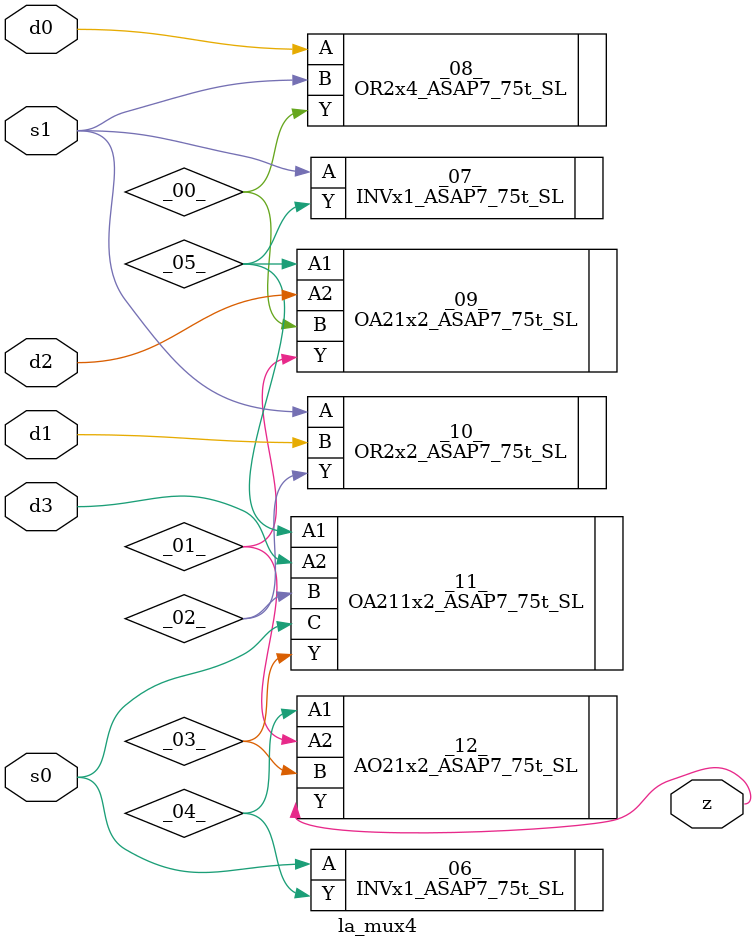
<source format=v>

/* Generated by Yosys 0.44 (git sha1 80ba43d26, g++ 11.4.0-1ubuntu1~22.04 -fPIC -O3) */

(* top =  1  *)
(* src = "generated" *)
module la_mux4 (
    d0,
    d1,
    d2,
    d3,
    s0,
    s1,
    z
);
  wire _00_;
  wire _01_;
  wire _02_;
  wire _03_;
  wire _04_;
  wire _05_;
  (* src = "generated" *)
  input d0;
  wire d0;
  (* src = "generated" *)
  input d1;
  wire d1;
  (* src = "generated" *)
  input d2;
  wire d2;
  (* src = "generated" *)
  input d3;
  wire d3;
  (* src = "generated" *)
  input s0;
  wire s0;
  (* src = "generated" *)
  input s1;
  wire s1;
  (* src = "generated" *)
  output z;
  wire z;
  INVx1_ASAP7_75t_SL _06_ (
      .A(s0),
      .Y(_04_)
  );
  INVx1_ASAP7_75t_SL _07_ (
      .A(s1),
      .Y(_05_)
  );
  OR2x4_ASAP7_75t_SL _08_ (
      .A(d0),
      .B(s1),
      .Y(_00_)
  );
  OA21x2_ASAP7_75t_SL _09_ (
      .A1(_05_),
      .A2(d2),
      .B (_00_),
      .Y (_01_)
  );
  OR2x2_ASAP7_75t_SL _10_ (
      .A(s1),
      .B(d1),
      .Y(_02_)
  );
  OA211x2_ASAP7_75t_SL _11_ (
      .A1(_05_),
      .A2(d3),
      .B (_02_),
      .C (s0),
      .Y (_03_)
  );
  AO21x2_ASAP7_75t_SL _12_ (
      .A1(_04_),
      .A2(_01_),
      .B (_03_),
      .Y (z)
  );
endmodule

</source>
